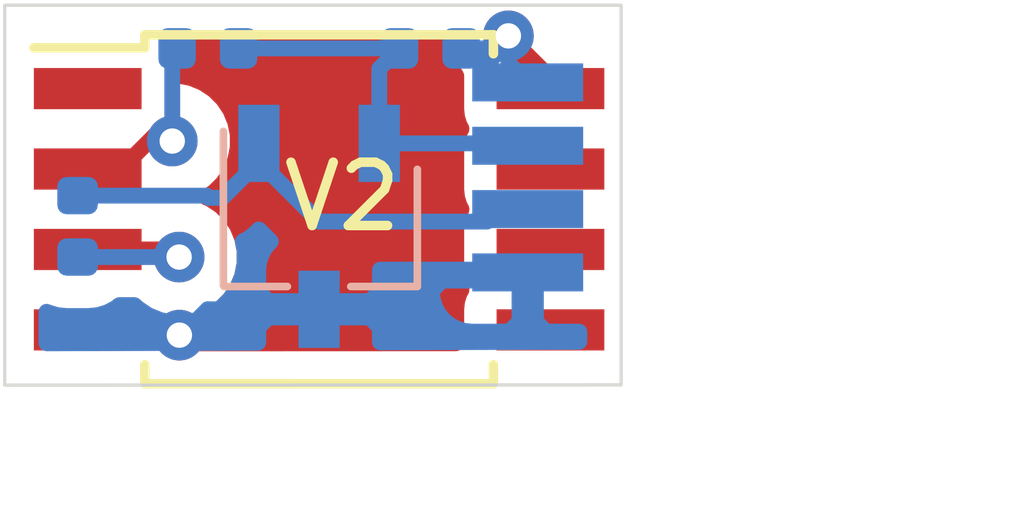
<source format=kicad_pcb>
(kicad_pcb (version 20171130) (host pcbnew "(5.1.2)-1")

  (general
    (thickness 1.6)
    (drawings 7)
    (tracks 52)
    (zones 0)
    (modules 6)
    (nets 11)
  )

  (page A4)
  (layers
    (0 F.Cu signal)
    (31 B.Cu signal)
    (32 B.Adhes user hide)
    (33 F.Adhes user hide)
    (34 B.Paste user hide)
    (35 F.Paste user hide)
    (36 B.SilkS user hide)
    (37 F.SilkS user hide)
    (38 B.Mask user hide)
    (39 F.Mask user hide)
    (40 Dwgs.User user)
    (41 Cmts.User user)
    (42 Eco1.User user)
    (43 Eco2.User user)
    (44 Edge.Cuts user)
    (45 Margin user)
    (46 B.CrtYd user)
    (47 F.CrtYd user)
    (48 B.Fab user hide)
    (49 F.Fab user)
  )

  (setup
    (last_trace_width 0.25)
    (trace_clearance 0.2)
    (zone_clearance 0.508)
    (zone_45_only no)
    (trace_min 0.2)
    (via_size 0.8)
    (via_drill 0.4)
    (via_min_size 0.4)
    (via_min_drill 0.3)
    (uvia_size 0.3)
    (uvia_drill 0.1)
    (uvias_allowed no)
    (uvia_min_size 0.2)
    (uvia_min_drill 0.1)
    (edge_width 0.05)
    (segment_width 0.2)
    (pcb_text_width 0.3)
    (pcb_text_size 1.5 1.5)
    (mod_edge_width 0.12)
    (mod_text_size 1 1)
    (mod_text_width 0.15)
    (pad_size 1.524 1.524)
    (pad_drill 0.762)
    (pad_to_mask_clearance 0.051)
    (solder_mask_min_width 0.25)
    (aux_axis_origin 0 0)
    (visible_elements 7FFFFFFF)
    (pcbplotparams
      (layerselection 0x010fc_ffffffff)
      (usegerberextensions true)
      (usegerberattributes false)
      (usegerberadvancedattributes false)
      (creategerberjobfile true)
      (excludeedgelayer true)
      (linewidth 0.100000)
      (plotframeref false)
      (viasonmask false)
      (mode 1)
      (useauxorigin false)
      (hpglpennumber 1)
      (hpglpenspeed 20)
      (hpglpendiameter 15.000000)
      (psnegative false)
      (psa4output false)
      (plotreference true)
      (plotvalue true)
      (plotinvisibletext false)
      (padsonsilk false)
      (subtractmaskfromsilk false)
      (outputformat 1)
      (mirror false)
      (drillshape 0)
      (scaleselection 1)
      (outputdirectory ""))
  )

  (net 0 "")
  (net 1 +D)
  (net 2 -D)
  (net 3 GND)
  (net 4 +V)
  (net 5 "Net-(R1-Pad1)")
  (net 6 "Net-(R2-Pad1)")
  (net 7 "Net-(U1-Pad1)")
  (net 8 "Net-(U1-Pad5)")
  (net 9 "Net-(U1-Pad6)")
  (net 10 "Net-(U1-Pad7)")

  (net_class Default "Esta es la clase de red por defecto."
    (clearance 0.2)
    (trace_width 0.25)
    (via_dia 0.8)
    (via_drill 0.4)
    (uvia_dia 0.3)
    (uvia_drill 0.1)
    (add_net +D)
    (add_net +V)
    (add_net -D)
    (add_net GND)
    (add_net "Net-(R1-Pad1)")
    (add_net "Net-(R2-Pad1)")
    (add_net "Net-(U1-Pad1)")
    (add_net "Net-(U1-Pad5)")
    (add_net "Net-(U1-Pad6)")
    (add_net "Net-(U1-Pad7)")
  )

  (module Badusb:pads_badusb (layer B.Cu) (tedit 5D20F837) (tstamp 5CF6EAD0)
    (at 93.98 45.72 180)
    (descr "pads for badusb micro")
    (tags "pads for badusb micro")
    (path /5CF6A0EE)
    (attr smd)
    (fp_text reference J1 (at 0 1.56) (layer B.SilkS) hide
      (effects (font (size 1 1) (thickness 0.15)) (justify mirror))
    )
    (fp_text value USB_A (at 0 -4.56) (layer B.Fab) hide
      (effects (font (size 1 1) (thickness 0.15)) (justify mirror))
    )
    (fp_text user %R (at 0 -1.5 270) (layer B.Fab)
      (effects (font (size 0.76 0.76) (thickness 0.114)) (justify mirror))
    )
    (fp_line (start 2.25 2.5) (end -2.25 2.5) (layer B.CrtYd) (width 0.05))
    (fp_line (start 2.25 -2.5) (end 2.25 2.5) (layer B.CrtYd) (width 0.05))
    (fp_line (start -2.25 -2.5) (end 2.25 -2.5) (layer B.CrtYd) (width 0.05))
    (fp_line (start -2.25 2.5) (end -2.25 -2.5) (layer B.CrtYd) (width 0.05))
    (fp_line (start -1.25 -0.65) (end -0.635 -0.65) (layer B.Fab) (width 0.1))
    (fp_line (start -1.25 -0.35) (end -1.25 -0.65) (layer B.Fab) (width 0.1))
    (fp_line (start -0.635 -0.35) (end -1.25 -0.35) (layer B.Fab) (width 0.1))
    (fp_line (start -1.25 1.35) (end -0.635 1.35) (layer B.Fab) (width 0.1))
    (fp_line (start -1.25 1.65) (end -1.25 1.35) (layer B.Fab) (width 0.1))
    (fp_line (start -0.635 1.65) (end -1.25 1.65) (layer B.Fab) (width 0.1))
    (pad 4 smd rect (at -1.27 -1.5 180) (size 1.75 0.6) (layers B.Cu B.Paste B.Mask)
      (net 3 GND))
    (pad 2 smd rect (at -1.27 0.5 180) (size 1.75 0.6) (layers B.Cu B.Paste B.Mask)
      (net 2 -D))
    (pad 3 smd rect (at -1.27 -0.5 180) (size 1.75 0.6) (layers B.Cu B.Paste B.Mask)
      (net 1 +D))
    (pad 1 smd rect (at -1.27 1.5 180) (size 1.75 0.6) (layers B.Cu B.Paste B.Mask)
      (net 4 +V))
  )

  (module Package_SO:SOIJ-8_5.3x5.3mm_P1.27mm (layer F.Cu) (tedit 5A02F2D3) (tstamp 5CF713CC)
    (at 91.958933 46.222592)
    (descr "8-Lead Plastic Small Outline (SM) - Medium, 5.28 mm Body [SOIC] (see Microchip Packaging Specification 00000049BS.pdf)")
    (tags "SOIC 1.27")
    (path /5CF64834)
    (attr smd)
    (fp_text reference U1 (at -1.958933 1.777408) (layer B.SilkS) hide
      (effects (font (size 1 1) (thickness 0.15)) (justify mirror))
    )
    (fp_text value ATtiny85V-10SU (at 0 3.68) (layer B.Fab) hide
      (effects (font (size 1 1) (thickness 0.15)))
    )
    (fp_text user %R (at 0 0) (layer F.Fab) hide
      (effects (font (size 1 1) (thickness 0.15)))
    )
    (fp_line (start -1.65 -2.65) (end 2.65 -2.65) (layer F.Fab) (width 0.15))
    (fp_line (start 2.65 -2.65) (end 2.65 2.65) (layer F.Fab) (width 0.15))
    (fp_line (start 2.65 2.65) (end -2.65 2.65) (layer F.Fab) (width 0.15))
    (fp_line (start -2.65 2.65) (end -2.65 -1.65) (layer F.Fab) (width 0.15))
    (fp_line (start -2.65 -1.65) (end -1.65 -2.65) (layer F.Fab) (width 0.15))
    (fp_line (start -4.75 -2.95) (end -4.75 2.95) (layer F.CrtYd) (width 0.05))
    (fp_line (start 4.75 -2.95) (end 4.75 2.95) (layer F.CrtYd) (width 0.05))
    (fp_line (start -4.75 -2.95) (end 4.75 -2.95) (layer F.CrtYd) (width 0.05))
    (fp_line (start -4.75 2.95) (end 4.75 2.95) (layer F.CrtYd) (width 0.05))
    (fp_line (start -2.75 -2.755) (end -2.75 -2.55) (layer F.SilkS) (width 0.15))
    (fp_line (start 2.75 -2.755) (end 2.75 -2.455) (layer F.SilkS) (width 0.15))
    (fp_line (start 2.75 2.755) (end 2.75 2.455) (layer F.SilkS) (width 0.15))
    (fp_line (start -2.75 2.755) (end -2.75 2.455) (layer F.SilkS) (width 0.15))
    (fp_line (start -2.75 -2.755) (end 2.75 -2.755) (layer F.SilkS) (width 0.15))
    (fp_line (start -2.75 2.755) (end 2.75 2.755) (layer F.SilkS) (width 0.15))
    (fp_line (start -2.75 -2.55) (end -4.5 -2.55) (layer F.SilkS) (width 0.15))
    (pad 1 smd rect (at -3.65 -1.905) (size 1.7 0.65) (layers F.Cu F.Paste F.Mask)
      (net 7 "Net-(U1-Pad1)"))
    (pad 2 smd rect (at -3.65 -0.635) (size 1.7 0.65) (layers F.Cu F.Paste F.Mask)
      (net 6 "Net-(R2-Pad1)"))
    (pad 3 smd rect (at -3.65 0.635) (size 1.7 0.65) (layers F.Cu F.Paste F.Mask)
      (net 5 "Net-(R1-Pad1)"))
    (pad 4 smd rect (at -3.65 1.905) (size 1.7 0.65) (layers F.Cu F.Paste F.Mask)
      (net 3 GND))
    (pad 5 smd rect (at 3.65 1.905) (size 1.7 0.65) (layers F.Cu F.Paste F.Mask)
      (net 8 "Net-(U1-Pad5)"))
    (pad 6 smd rect (at 3.65 0.635) (size 1.7 0.65) (layers F.Cu F.Paste F.Mask)
      (net 9 "Net-(U1-Pad6)"))
    (pad 7 smd rect (at 3.65 -0.635) (size 1.7 0.65) (layers F.Cu F.Paste F.Mask)
      (net 10 "Net-(U1-Pad7)"))
    (pad 8 smd rect (at 3.65 -1.905) (size 1.7 0.65) (layers F.Cu F.Paste F.Mask)
      (net 4 +V))
    (model ${KISYS3DMOD}/Package_SO.3dshapes/SOIJ-8_5.3x5.3mm_P1.27mm.wrl
      (at (xyz 0 0 0))
      (scale (xyz 1 1 1))
      (rotate (xyz 0 0 0))
    )
  )

  (module Resistor_SMD:R_0402_1005Metric (layer B.Cu) (tedit 5B301BBD) (tstamp 5CF71289)
    (at 88.148933 46.492592 90)
    (descr "Resistor SMD 0402 (1005 Metric), square (rectangular) end terminal, IPC_7351 nominal, (Body size source: http://www.tortai-tech.com/upload/download/2011102023233369053.pdf), generated with kicad-footprint-generator")
    (tags resistor)
    (path /5CF65D1A)
    (attr smd)
    (fp_text reference R1 (at 0 1.82 270) (layer B.SilkS) hide
      (effects (font (size 1 1) (thickness 0.15)) (justify mirror))
    )
    (fp_text value 68R (at 0 -1.82 270) (layer B.Fab) hide
      (effects (font (size 1 1) (thickness 0.15)) (justify mirror))
    )
    (fp_line (start -0.5 -0.25) (end -0.5 0.25) (layer B.Fab) (width 0.1))
    (fp_line (start -0.5 0.25) (end 0.5 0.25) (layer B.Fab) (width 0.1))
    (fp_line (start 0.5 0.25) (end 0.5 -0.25) (layer B.Fab) (width 0.1))
    (fp_line (start 0.5 -0.25) (end -0.5 -0.25) (layer B.Fab) (width 0.1))
    (fp_line (start -0.93 -0.47) (end -0.93 0.47) (layer B.CrtYd) (width 0.05))
    (fp_line (start -0.93 0.47) (end 0.93 0.47) (layer B.CrtYd) (width 0.05))
    (fp_line (start 0.93 0.47) (end 0.93 -0.47) (layer B.CrtYd) (width 0.05))
    (fp_line (start 0.93 -0.47) (end -0.93 -0.47) (layer B.CrtYd) (width 0.05))
    (fp_text user %R (at 0 0 270) (layer B.Fab) hide
      (effects (font (size 0.8 0.8) (thickness 0.12)) (justify mirror))
    )
    (pad 1 smd roundrect (at -0.485 0 90) (size 0.59 0.64) (layers B.Cu B.Paste B.Mask) (roundrect_rratio 0.25)
      (net 5 "Net-(R1-Pad1)"))
    (pad 2 smd roundrect (at 0.485 0 90) (size 0.59 0.64) (layers B.Cu B.Paste B.Mask) (roundrect_rratio 0.25)
      (net 1 +D))
    (model ${KISYS3DMOD}/Resistor_SMD.3dshapes/R_0402_1005Metric.wrl
      (at (xyz 0 0 0))
      (scale (xyz 1 1 1))
      (rotate (xyz 0 0 0))
    )
  )

  (module Resistor_SMD:R_0402_1005Metric (layer B.Cu) (tedit 5B301BBD) (tstamp 5CF712B3)
    (at 90.203933 43.682592)
    (descr "Resistor SMD 0402 (1005 Metric), square (rectangular) end terminal, IPC_7351 nominal, (Body size source: http://www.tortai-tech.com/upload/download/2011102023233369053.pdf), generated with kicad-footprint-generator")
    (tags resistor)
    (path /5CF668C7)
    (attr smd)
    (fp_text reference R2 (at 0 1.82) (layer B.SilkS) hide
      (effects (font (size 1 1) (thickness 0.15)) (justify mirror))
    )
    (fp_text value 68R (at 0 -1.82) (layer B.Fab) hide
      (effects (font (size 1 1) (thickness 0.15)) (justify mirror))
    )
    (fp_line (start -0.5 -0.25) (end -0.5 0.25) (layer B.Fab) (width 0.1))
    (fp_line (start -0.5 0.25) (end 0.5 0.25) (layer B.Fab) (width 0.1))
    (fp_line (start 0.5 0.25) (end 0.5 -0.25) (layer B.Fab) (width 0.1))
    (fp_line (start 0.5 -0.25) (end -0.5 -0.25) (layer B.Fab) (width 0.1))
    (fp_line (start -0.93 -0.47) (end -0.93 0.47) (layer B.CrtYd) (width 0.05))
    (fp_line (start -0.93 0.47) (end 0.93 0.47) (layer B.CrtYd) (width 0.05))
    (fp_line (start 0.93 0.47) (end 0.93 -0.47) (layer B.CrtYd) (width 0.05))
    (fp_line (start 0.93 -0.47) (end -0.93 -0.47) (layer B.CrtYd) (width 0.05))
    (fp_text user %R (at 0 0) (layer B.Fab)
      (effects (font (size 0.8 0.8) (thickness 0.12)) (justify mirror))
    )
    (pad 1 smd roundrect (at -0.485 0) (size 0.59 0.64) (layers B.Cu B.Paste B.Mask) (roundrect_rratio 0.25)
      (net 6 "Net-(R2-Pad1)"))
    (pad 2 smd roundrect (at 0.485 0) (size 0.59 0.64) (layers B.Cu B.Paste B.Mask) (roundrect_rratio 0.25)
      (net 2 -D))
    (model ${KISYS3DMOD}/Resistor_SMD.3dshapes/R_0402_1005Metric.wrl
      (at (xyz 0 0 0))
      (scale (xyz 1 1 1))
      (rotate (xyz 0 0 0))
    )
  )

  (module Resistor_SMD:R_0402_1005Metric (layer B.Cu) (tedit 5B301BBD) (tstamp 5CF712DD)
    (at 93.713933 43.682592 180)
    (descr "Resistor SMD 0402 (1005 Metric), square (rectangular) end terminal, IPC_7351 nominal, (Body size source: http://www.tortai-tech.com/upload/download/2011102023233369053.pdf), generated with kicad-footprint-generator")
    (tags resistor)
    (path /5CF6978E)
    (attr smd)
    (fp_text reference R3 (at -0.286067 1.682592 180) (layer B.SilkS) hide
      (effects (font (size 1 1) (thickness 0.15)) (justify mirror))
    )
    (fp_text value 1K5 (at 0 -1.82 180) (layer B.Fab) hide
      (effects (font (size 1 1) (thickness 0.15)) (justify mirror))
    )
    (fp_line (start -0.5 -0.25) (end -0.5 0.25) (layer B.Fab) (width 0.1))
    (fp_line (start -0.5 0.25) (end 0.5 0.25) (layer B.Fab) (width 0.1))
    (fp_line (start 0.5 0.25) (end 0.5 -0.25) (layer B.Fab) (width 0.1))
    (fp_line (start 0.5 -0.25) (end -0.5 -0.25) (layer B.Fab) (width 0.1))
    (fp_line (start -0.93 -0.47) (end -0.93 0.47) (layer B.CrtYd) (width 0.05))
    (fp_line (start -0.93 0.47) (end 0.93 0.47) (layer B.CrtYd) (width 0.05))
    (fp_line (start 0.93 0.47) (end 0.93 -0.47) (layer B.CrtYd) (width 0.05))
    (fp_line (start 0.93 -0.47) (end -0.93 -0.47) (layer B.CrtYd) (width 0.05))
    (fp_text user %R (at 0 0 180) (layer B.Fab) hide
      (effects (font (size 0.8 0.8) (thickness 0.12)) (justify mirror))
    )
    (pad 1 smd roundrect (at -0.485 0 180) (size 0.59 0.64) (layers B.Cu B.Paste B.Mask) (roundrect_rratio 0.25)
      (net 4 +V))
    (pad 2 smd roundrect (at 0.485 0 180) (size 0.59 0.64) (layers B.Cu B.Paste B.Mask) (roundrect_rratio 0.25)
      (net 2 -D))
    (model ${KISYS3DMOD}/Resistor_SMD.3dshapes/R_0402_1005Metric.wrl
      (at (xyz 0 0 0))
      (scale (xyz 1 1 1))
      (rotate (xyz 0 0 0))
    )
  )

  (module Package_TO_SOT_SMD:TSOT-23 (layer B.Cu) (tedit 5A02FF57) (tstamp 5CF71388)
    (at 91.958933 46.492592 270)
    (descr "3-pin TSOT23 package, http://www.analog.com.tw/pdf/All_In_One.pdf")
    (tags TSOT-23)
    (path /5CF82F4C)
    (attr smd)
    (fp_text reference D1 (at 0 2.45 270) (layer B.SilkS) hide
      (effects (font (size 1 1) (thickness 0.15)) (justify mirror))
    )
    (fp_text value D_Zener_x2_ACom_KKA (at 0 -2.5 270) (layer B.Fab) hide
      (effects (font (size 1 1) (thickness 0.15)) (justify mirror))
    )
    (fp_line (start 2.17 -1.7) (end -2.17 -1.7) (layer B.CrtYd) (width 0.05))
    (fp_line (start 2.17 -1.7) (end 2.17 1.7) (layer B.CrtYd) (width 0.05))
    (fp_line (start -2.17 1.7) (end -2.17 -1.7) (layer B.CrtYd) (width 0.05))
    (fp_line (start -2.17 1.7) (end 2.17 1.7) (layer B.CrtYd) (width 0.05))
    (fp_line (start 0.88 1.45) (end 0.88 -1.45) (layer B.Fab) (width 0.1))
    (fp_line (start 0.88 -1.45) (end -0.88 -1.45) (layer B.Fab) (width 0.1))
    (fp_line (start -0.88 1) (end -0.88 -1.45) (layer B.Fab) (width 0.1))
    (fp_line (start 0.88 1.45) (end -0.43 1.45) (layer B.Fab) (width 0.1))
    (fp_line (start -0.88 1) (end -0.43 1.45) (layer B.Fab) (width 0.1))
    (fp_line (start 0.93 1.51) (end -1.5 1.51) (layer B.SilkS) (width 0.12))
    (fp_line (start 0.95 1.5) (end 0.95 0.5) (layer B.SilkS) (width 0.12))
    (fp_line (start 0.95 -1.55) (end -0.9 -1.55) (layer B.SilkS) (width 0.12))
    (fp_line (start 0.95 -0.5) (end 0.95 -1.55) (layer B.SilkS) (width 0.12))
    (fp_text user %R (at 0 0) (layer B.Fab)
      (effects (font (size 0.5 0.5) (thickness 0.075)) (justify mirror))
    )
    (pad 3 smd rect (at 1.31 0 270) (size 1.22 0.65) (layers B.Cu B.Paste B.Mask)
      (net 3 GND))
    (pad 2 smd rect (at -1.31 -0.95 270) (size 1.22 0.65) (layers B.Cu B.Paste B.Mask)
      (net 2 -D))
    (pad 1 smd rect (at -1.31 0.95 270) (size 1.22 0.65) (layers B.Cu B.Paste B.Mask)
      (net 1 +D))
    (model ${KISYS3DMOD}/Package_TO_SOT_SMD.3dshapes/TSOT-23.wrl
      (at (xyz 0 0 0))
      (scale (xyz 1 1 1))
      (rotate (xyz 0 0 0))
    )
  )

  (dimension 6.000033 (width 0.15) (layer F.Fab)
    (gr_text "6,000 mm" (at 99.429992 45.991034 -89.80901478) (layer F.Fab)
      (effects (font (size 1 1) (thickness 0.15)))
    )
    (feature1 (pts (xy 96.73 43) (xy 98.706417 42.993412)))
    (feature2 (pts (xy 96.75 49) (xy 98.726417 48.993412)))
    (crossbar (pts (xy 98.139999 48.995367) (xy 98.119999 42.995367)))
    (arrow1a (pts (xy 98.119999 42.995367) (xy 98.710171 44.11991)))
    (arrow1b (pts (xy 98.119999 42.995367) (xy 97.537337 44.123819)))
    (arrow2a (pts (xy 98.139999 48.995367) (xy 98.722661 47.866915)))
    (arrow2b (pts (xy 98.139999 48.995367) (xy 97.549827 47.870824)))
  )
  (dimension 9.723201 (width 0.15) (layer F.Fab)
    (gr_text "9,723 mm" (at 91.862604 51.868299 0.02003513683) (layer F.Fab)
      (effects (font (size 1 1) (thickness 0.15)))
    )
    (feature1 (pts (xy 96.7232 48.9966) (xy 96.723954 51.15302)))
    (feature2 (pts (xy 87 49) (xy 87.000754 51.15642)))
    (crossbar (pts (xy 87.000549 50.569999) (xy 96.723749 50.566599)))
    (arrow1a (pts (xy 96.723749 50.566599) (xy 95.59745 51.153414)))
    (arrow1b (pts (xy 96.723749 50.566599) (xy 95.59704 49.980572)))
    (arrow2a (pts (xy 87.000549 50.569999) (xy 88.127258 51.156026)))
    (arrow2b (pts (xy 87.000549 50.569999) (xy 88.126848 49.983184)))
  )
  (gr_text V2 (at 92.325 46.025) (layer F.SilkS)
    (effects (font (size 1 1) (thickness 0.15)))
  )
  (gr_line (start 87 49) (end 96.7232 48.9966) (layer Edge.Cuts) (width 0.05) (tstamp 5CF711F3))
  (gr_line (start 87 43) (end 87 49) (layer Edge.Cuts) (width 0.05))
  (gr_line (start 96.7232 43) (end 87 43) (layer Edge.Cuts) (width 0.05))
  (gr_line (start 96.7232 48.9966) (end 96.7232 43.0022) (layer Edge.Cuts) (width 0.05))

  (segment (start 90.433933 46.042592) (end 91.008933 45.467592) (width 0.25) (layer B.Cu) (net 1) (tstamp 5CF7131E))
  (segment (start 90.218933 46.042592) (end 90.433933 46.042592) (width 0.25) (layer B.Cu) (net 1) (tstamp 5CF7131B))
  (segment (start 90.183933 46.007592) (end 90.218933 46.042592) (width 0.25) (layer B.Cu) (net 1) (tstamp 5CF71339))
  (segment (start 88.148933 46.007592) (end 90.183933 46.007592) (width 0.25) (layer B.Cu) (net 1) (tstamp 5CF71318))
  (segment (start 91.008933 45.467592) (end 91.008933 45.182592) (width 0.25) (layer B.Cu) (net 1))
  (segment (start 91.008933 45.467592) (end 91.958883 46.417542) (width 0.25) (layer B.Cu) (net 1))
  (segment (start 91.958883 46.417542) (end 94.610261 46.417542) (width 0.25) (layer B.Cu) (net 1))
  (segment (start 92.908933 44.002592) (end 93.228933 43.682592) (width 0.25) (layer B.Cu) (net 2) (tstamp 5CF7133C))
  (segment (start 92.908933 45.182592) (end 92.908933 44.002592) (width 0.25) (layer B.Cu) (net 2) (tstamp 5CF71309))
  (segment (start 93.228933 43.682592) (end 90.688933 43.682592) (width 0.25) (layer B.Cu) (net 2) (tstamp 5CF7136C))
  (segment (start 93.091525 45) (end 92.908933 45.182592) (width 0.25) (layer B.Cu) (net 2))
  (segment (start 93.101525 44.99) (end 92.908933 45.182592) (width 0.25) (layer B.Cu) (net 2))
  (segment (start 95.212592 45.182592) (end 95.25 45.22) (width 0.25) (layer B.Cu) (net 2))
  (segment (start 92.908933 45.182592) (end 95.212592 45.182592) (width 0.25) (layer B.Cu) (net 2))
  (segment (start 92.108933 47.952592) (end 91.958933 47.802592) (width 0.25) (layer B.Cu) (net 3) (tstamp 5CF7135A))
  (segment (start 91.958933 48.087592) (end 91.79809 48.248435) (width 0.25) (layer B.Cu) (net 3) (tstamp 5CF7130F))
  (segment (start 91.958933 47.802592) (end 91.958933 48.087592) (width 0.25) (layer B.Cu) (net 3) (tstamp 5CF71324))
  (segment (start 91.958933 47.802592) (end 90.200926 47.802592) (width 0.25) (layer B.Cu) (net 3) (tstamp 5CF71321))
  (segment (start 90.200926 47.802592) (end 89.932193 48.071325) (width 0.25) (layer B.Cu) (net 3) (tstamp 5CF71333))
  (via (at 89.755083 48.210598) (size 0.8) (drill 0.4) (layers F.Cu B.Cu) (net 3) (tstamp 5CF7140B))
  (segment (start 89.932193 48.071325) (end 89.894356 48.071325) (width 0.25) (layer B.Cu) (net 3) (tstamp 5CF71306))
  (segment (start 89.894356 48.071325) (end 89.755083 48.210598) (width 0.25) (layer B.Cu) (net 3) (tstamp 5CF71342))
  (segment (start 88.391939 48.210598) (end 88.308933 48.127592) (width 0.25) (layer F.Cu) (net 3) (tstamp 5CF71303))
  (segment (start 89.755083 48.210598) (end 88.391939 48.210598) (width 0.25) (layer F.Cu) (net 3) (tstamp 5CF71300))
  (segment (start 95.768933 44.157592) (end 95.608933 44.317592) (width 0.25) (layer F.Cu) (net 4) (tstamp 5CF712FD))
  (segment (start 94.198933 43.682592) (end 94.822468 43.682592) (width 0.25) (layer B.Cu) (net 4) (tstamp 5CF7134E))
  (via (at 94.9452 43.4848) (size 0.8) (drill 0.4) (layers F.Cu B.Cu) (net 4) (tstamp 5CF71408))
  (segment (start 95.457468 44.317592) (end 94.822468 43.682592) (width 0.25) (layer F.Cu) (net 4) (tstamp 5CF71348))
  (segment (start 95.608933 44.317592) (end 95.457468 44.317592) (width 0.25) (layer F.Cu) (net 4) (tstamp 5CF71351))
  (segment (start 95.608933 44.148533) (end 94.9452 43.4848) (width 0.25) (layer F.Cu) (net 4))
  (segment (start 95.608933 44.317592) (end 95.608933 44.148533) (width 0.25) (layer F.Cu) (net 4))
  (segment (start 94.9452 43.9152) (end 95.25 44.22) (width 0.25) (layer B.Cu) (net 4))
  (segment (start 94.9452 43.4848) (end 94.9452 43.9152) (width 0.25) (layer B.Cu) (net 4))
  (segment (start 94.890687 44.22) (end 95.25 44.22) (width 0.25) (layer B.Cu) (net 4))
  (segment (start 94.198933 43.682592) (end 94.35328 43.682592) (width 0.25) (layer B.Cu) (net 4))
  (segment (start 94.747408 43.682592) (end 94.9452 43.4848) (width 0.25) (layer B.Cu) (net 4))
  (segment (start 94.198933 43.682592) (end 94.747408 43.682592) (width 0.25) (layer B.Cu) (net 4))
  (segment (start 94.9452 43.5864) (end 94.601144 43.930456) (width 0.25) (layer B.Cu) (net 4))
  (segment (start 94.9452 43.4848) (end 94.9452 43.5864) (width 0.25) (layer B.Cu) (net 4))
  (segment (start 94.35328 43.682592) (end 94.601144 43.930456) (width 0.25) (layer B.Cu) (net 4))
  (segment (start 94.601144 43.930456) (end 94.890687 44.22) (width 0.25) (layer B.Cu) (net 4))
  (segment (start 88.148933 46.977592) (end 89.750739 46.977592) (width 0.25) (layer B.Cu) (net 5) (tstamp 5CF7136F))
  (via (at 89.750739 46.977592) (size 0.8) (drill 0.4) (layers F.Cu B.Cu) (net 5) (tstamp 5CF71405))
  (segment (start 89.630739 46.857592) (end 89.750739 46.977592) (width 0.25) (layer F.Cu) (net 5) (tstamp 5CF7132D))
  (segment (start 88.308933 46.857592) (end 89.630739 46.857592) (width 0.25) (layer F.Cu) (net 5) (tstamp 5CF71336))
  (segment (start 88.833933 45.587592) (end 88.308933 45.587592) (width 0.25) (layer F.Cu) (net 6) (tstamp 5CF712FA))
  (segment (start 88.833933 45.587592) (end 89.398895 45.02263) (width 0.25) (layer F.Cu) (net 6) (tstamp 5CF71345))
  (via (at 89.642378 45.145802) (size 0.8) (drill 0.4) (layers F.Cu B.Cu) (net 6) (tstamp 5CF7140E))
  (segment (start 89.398895 45.02263) (end 89.519206 45.02263) (width 0.25) (layer F.Cu) (net 6) (tstamp 5CF71357))
  (segment (start 89.519206 45.02263) (end 89.642378 45.145802) (width 0.25) (layer F.Cu) (net 6) (tstamp 5CF7135D))
  (segment (start 89.642378 43.759147) (end 89.718933 43.682592) (width 0.25) (layer B.Cu) (net 6) (tstamp 5CF71360))
  (segment (start 89.642378 45.145802) (end 89.642378 43.759147) (width 0.25) (layer B.Cu) (net 6) (tstamp 5CF71372))

  (zone (net 3) (net_name GND) (layer F.Cu) (tstamp 5CF71C83) (hatch edge 0.508)
    (connect_pads (clearance 0.508))
    (min_thickness 0.254)
    (fill yes (arc_segments 32) (thermal_gap 0.508) (thermal_bridge_width 0.508))
    (polygon
      (pts
        (xy 87 43) (xy 87 49) (xy 96.6978 48.9966) (xy 96.6978 43.053)
      )
    )
    (filled_polygon
      (pts
        (xy 93.949974 43.786698) (xy 94.027995 43.975056) (xy 94.120861 44.11404) (xy 94.120861 44.642592) (xy 94.133121 44.767074)
        (xy 94.169431 44.886772) (xy 94.204613 44.952592) (xy 94.169431 45.018412) (xy 94.133121 45.13811) (xy 94.120861 45.262592)
        (xy 94.120861 45.912592) (xy 94.133121 46.037074) (xy 94.169431 46.156772) (xy 94.204613 46.222592) (xy 94.169431 46.288412)
        (xy 94.133121 46.40811) (xy 94.120861 46.532592) (xy 94.120861 47.182592) (xy 94.133121 47.307074) (xy 94.169431 47.426772)
        (xy 94.204613 47.492592) (xy 94.169431 47.558412) (xy 94.133121 47.67811) (xy 94.120861 47.802592) (xy 94.120861 48.33751)
        (xy 89.71964 48.339049) (xy 89.635183 48.254592) (xy 88.435933 48.254592) (xy 88.435933 48.274592) (xy 88.181933 48.274592)
        (xy 88.181933 48.254592) (xy 88.161933 48.254592) (xy 88.161933 48.000592) (xy 88.181933 48.000592) (xy 88.181933 47.980592)
        (xy 88.435933 47.980592) (xy 88.435933 48.000592) (xy 89.588471 48.000592) (xy 89.6488 48.012592) (xy 89.852678 48.012592)
        (xy 90.052637 47.972818) (xy 90.240995 47.894797) (xy 90.410513 47.781529) (xy 90.554676 47.637366) (xy 90.667944 47.467848)
        (xy 90.745965 47.27949) (xy 90.785739 47.079531) (xy 90.785739 46.875653) (xy 90.745965 46.675694) (xy 90.667944 46.487336)
        (xy 90.554676 46.317818) (xy 90.410513 46.173655) (xy 90.240995 46.060387) (xy 90.176523 46.033682) (xy 90.302152 45.949739)
        (xy 90.446315 45.805576) (xy 90.559583 45.636058) (xy 90.637604 45.4477) (xy 90.677378 45.247741) (xy 90.677378 45.043863)
        (xy 90.637604 44.843904) (xy 90.559583 44.655546) (xy 90.446315 44.486028) (xy 90.302152 44.341865) (xy 90.132634 44.228597)
        (xy 89.944276 44.150576) (xy 89.797005 44.121282) (xy 89.797005 43.992592) (xy 89.784745 43.86811) (xy 89.748435 43.748412)
        (xy 89.701177 43.66) (xy 93.924772 43.66)
      )
    )
  )
  (zone (net 3) (net_name GND) (layer B.Cu) (tstamp 5CF71C80) (hatch edge 0.508)
    (connect_pads (clearance 0.508))
    (min_thickness 0.254)
    (fill yes (arc_segments 32) (thermal_gap 0.508) (thermal_bridge_width 0.508))
    (polygon
      (pts
        (xy 87 43) (xy 87 49) (xy 96.6978 48.9966) (xy 96.7232 43.0022)
      )
    )
    (filled_polygon
      (pts
        (xy 91.196588 46.730049) (xy 91.182748 46.741407) (xy 91.103396 46.838098) (xy 91.044431 46.948412) (xy 91.008121 47.06811)
        (xy 90.995861 47.192592) (xy 90.998933 47.516842) (xy 91.157683 47.675592) (xy 91.831933 47.675592) (xy 91.831933 47.655592)
        (xy 92.085933 47.655592) (xy 92.085933 47.675592) (xy 92.760183 47.675592) (xy 92.915775 47.52) (xy 93.736928 47.52)
        (xy 93.749188 47.644482) (xy 93.785498 47.76418) (xy 93.844463 47.874494) (xy 93.923815 47.971185) (xy 94.020506 48.050537)
        (xy 94.13082 48.109502) (xy 94.250518 48.145812) (xy 94.375 48.158072) (xy 94.96425 48.155) (xy 95.123 47.99625)
        (xy 95.123 47.347) (xy 93.89875 47.347) (xy 93.74 47.50575) (xy 93.736928 47.52) (xy 92.915775 47.52)
        (xy 92.918933 47.516842) (xy 92.922005 47.192592) (xy 92.920523 47.177542) (xy 94.647594 47.177542) (xy 94.759247 47.166545)
        (xy 94.787179 47.158072) (xy 95.397 47.158072) (xy 95.397 47.347) (xy 95.377 47.347) (xy 95.377 47.99625)
        (xy 95.53575 48.155) (xy 96.0632 48.15775) (xy 96.0632 48.313152) (xy 92.921151 48.322459) (xy 92.918933 48.088342)
        (xy 92.760183 47.929592) (xy 92.085933 47.929592) (xy 92.085933 47.949592) (xy 91.831933 47.949592) (xy 91.831933 47.929592)
        (xy 91.157683 47.929592) (xy 90.998933 48.088342) (xy 90.996661 48.328159) (xy 87.66 48.338042) (xy 87.66 47.842416)
        (xy 87.675808 47.850866) (xy 87.823176 47.895569) (xy 87.976433 47.910664) (xy 88.321433 47.910664) (xy 88.47469 47.895569)
        (xy 88.622058 47.850866) (xy 88.757873 47.778271) (xy 88.807441 47.737592) (xy 89.047028 47.737592) (xy 89.090965 47.781529)
        (xy 89.260483 47.894797) (xy 89.448841 47.972818) (xy 89.6488 48.012592) (xy 89.852678 48.012592) (xy 90.052637 47.972818)
        (xy 90.240995 47.894797) (xy 90.410513 47.781529) (xy 90.554676 47.637366) (xy 90.667944 47.467848) (xy 90.745965 47.27949)
        (xy 90.785739 47.079531) (xy 90.785739 46.875653) (xy 90.757089 46.731617) (xy 90.858209 46.677566) (xy 90.973934 46.582593)
        (xy 90.997736 46.55359) (xy 91.008933 46.542393)
      )
    )
  )
)

</source>
